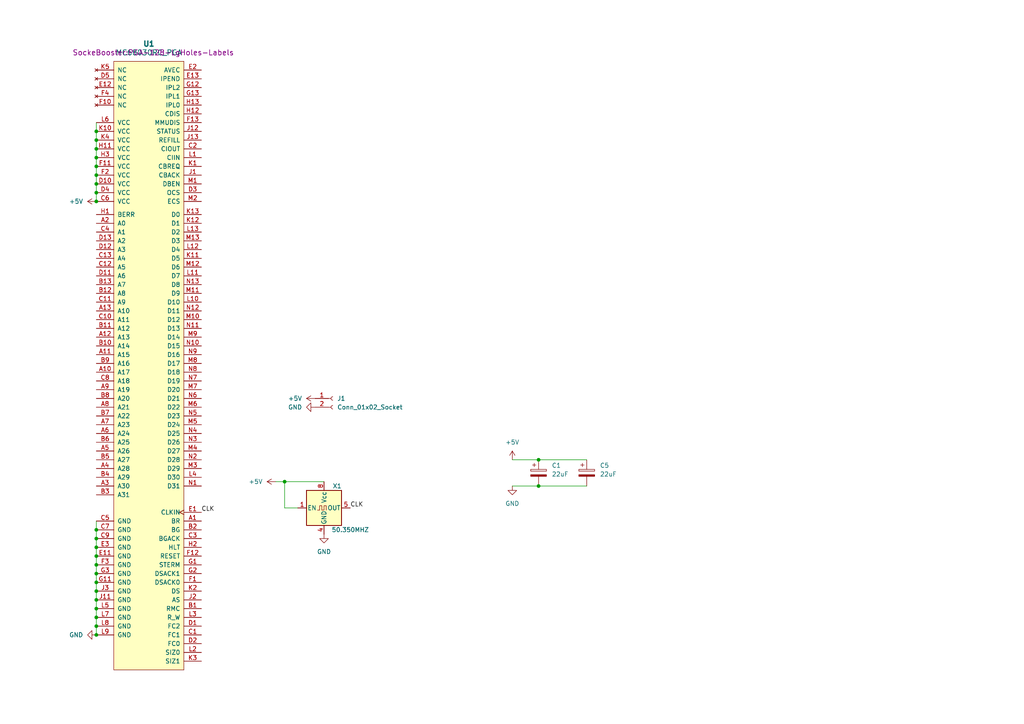
<source format=kicad_sch>
(kicad_sch (version 20231120) (generator "eeschema") (generator_version "8.0")
  (paper "A4")
  (lib_symbols
    (symbol "Connector:Conn_01x02_Socket" (pin_names (offset 1.016) hide)
      (property "Reference" "J" (at 0 2.54 0))
      (property "Value" "Conn_01x02_Socket" (at 0 -5.08 0))
      (symbol "Conn_01x02_Socket_1_1"
        (arc (start 0 -2.032) (mid -0.5058 -2.54) (end 0 -3.048) (stroke (width 0.1524)))
        (polyline (pts (xy -1.27 -2.54) (xy -0.508 -2.54)) (stroke (width 0.1524)))
        (polyline (pts (xy -1.27 0) (xy -0.508 0)) (stroke (width 0.1524)))
        (arc (start 0 0.508) (mid -0.5058 0) (end 0 -0.508) (stroke (width 0.1524)))
        (pin passive line (at -5.08 0 0) (length 3.81) (name "Pin_1") (number "1"))
        (pin passive line (at -5.08 -2.54 0) (length 3.81) (name "Pin_2") (number "2"))
      )
    )
    (symbol "Device:C_Polarized" (pin_numbers hide) (pin_names (offset 0.254))
      (property "Reference" "C" (at 0.635 2.54 0))
      (property "Value" "C_Polarized" (at 0.635 -2.54 0))
      (symbol "C_Polarized_0_1"
        (rectangle (start -2.286 0.508) (end 2.286 1.016))
        (polyline (pts (xy -1.778 2.286) (xy -0.762 2.286)))
        (polyline (pts (xy -1.27 2.794) (xy -1.27 1.778)))
        (rectangle (start 2.286 -0.508) (end -2.286 -1.016) (fill (type outline)))
      )
      (symbol "C_Polarized_1_1"
        (pin passive line (at 0 3.81 270) (length 2.794) (name "~") (number "1"))
        (pin passive line (at 0 -3.81 90) (length 2.794) (name "~") (number "2"))
      )
    )
    (symbol "Interware Booster:MC68030RC_PGA" (pin_names (offset 1.016))
      (property "Reference" "U" (at 0 97.155 0))
      (property "Value" "MC68030RC_PGA" (at 0 -82.55 0))
      (symbol "MC68030RC_PGA_1_1"
        (rectangle (start -10.16 96.52) (end 10.16 -80.01) (fill (type background)))
        (pin input line (at 15.24 -36.83 180) (length 5.08) (name "BR") (number "A1"))
        (pin output line (at -15.24 6.35 0) (length 5.08) (name "A17") (number "A10"))
        (pin output line (at -15.24 11.43 0) (length 5.08) (name "A15") (number "A11"))
        (pin output line (at -15.24 16.51 0) (length 5.08) (name "A13") (number "A12"))
        (pin output line (at -15.24 24.13 0) (length 5.08) (name "A10") (number "A13"))
        (pin output line (at -15.24 49.53 0) (length 5.08) (name "A0") (number "A2"))
        (pin output line (at -15.24 -26.67 0) (length 5.08) (name "A30") (number "A3"))
        (pin output line (at -15.24 -21.59 0) (length 5.08) (name "A28") (number "A4"))
        (pin output line (at -15.24 -16.51 0) (length 5.08) (name "A26") (number "A5"))
        (pin output line (at -15.24 -11.43 0) (length 5.08) (name "A24") (number "A6"))
        (pin output line (at -15.24 -8.89 0) (length 5.08) (name "A23") (number "A7"))
        (pin output line (at -15.24 -3.81 0) (length 5.08) (name "A21") (number "A8"))
        (pin output line (at -15.24 1.27 0) (length 5.08) (name "A19") (number "A9"))
        (pin output line (at 15.24 -62.23 180) (length 5.08) (name "RMC") (number "B1"))
        (pin output line (at -15.24 13.97 0) (length 5.08) (name "A14") (number "B10"))
        (pin output line (at -15.24 19.05 0) (length 5.08) (name "A12") (number "B11"))
        (pin output line (at -15.24 29.21 0) (length 5.08) (name "A8") (number "B12"))
        (pin output line (at -15.24 31.75 0) (length 5.08) (name "A7") (number "B13"))
        (pin output line (at 15.24 -39.37 180) (length 5.08) (name "BG") (number "B2"))
        (pin output line (at -15.24 -29.21 0) (length 5.08) (name "A31") (number "B3"))
        (pin output line (at -15.24 -24.13 0) (length 5.08) (name "A29") (number "B4"))
        (pin output line (at -15.24 -19.05 0) (length 5.08) (name "A27") (number "B5"))
        (pin output line (at -15.24 -13.97 0) (length 5.08) (name "A25") (number "B6"))
        (pin output line (at -15.24 -6.35 0) (length 5.08) (name "A22") (number "B7"))
        (pin output line (at -15.24 -1.27 0) (length 5.08) (name "A20") (number "B8"))
        (pin output line (at -15.24 8.89 0) (length 5.08) (name "A16") (number "B9"))
        (pin output line (at 15.24 -69.85 180) (length 5.08) (name "FC1") (number "C1"))
        (pin output line (at -15.24 21.59 0) (length 5.08) (name "A11") (number "C10"))
        (pin output line (at -15.24 26.67 0) (length 5.08) (name "A9") (number "C11"))
        (pin output line (at -15.24 36.83 0) (length 5.08) (name "A5") (number "C12"))
        (pin output line (at -15.24 39.37 0) (length 5.08) (name "A4") (number "C13"))
        (pin output line (at 15.24 71.12 180) (length 5.08) (name "CIOUT") (number "C2"))
        (pin output line (at 15.24 -41.91 180) (length 5.08) (name "BGACK") (number "C3"))
        (pin output line (at -15.24 46.99 0) (length 5.08) (name "A1") (number "C4"))
        (pin passive line (at -15.24 -36.83 0) (length 5.08) (name "GND") (number "C5"))
        (pin power_in line (at -15.24 55.88 0) (length 5.08) (name "VCC") (number "C6"))
        (pin passive line (at -15.24 -39.37 0) (length 5.08) (name "GND") (number "C7"))
        (pin output line (at -15.24 3.81 0) (length 5.08) (name "A18") (number "C8"))
        (pin passive line (at -15.24 -41.91 0) (length 5.08) (name "GND") (number "C9"))
        (pin output line (at 15.24 -67.31 180) (length 5.08) (name "FC2") (number "D1"))
        (pin power_in line (at -15.24 60.96 0) (length 5.08) (name "VCC") (number "D10"))
        (pin output line (at -15.24 34.29 0) (length 5.08) (name "A6") (number "D11"))
        (pin output line (at -15.24 41.91 0) (length 5.08) (name "A3") (number "D12"))
        (pin output line (at -15.24 44.45 0) (length 5.08) (name "A2") (number "D13"))
        (pin output line (at 15.24 -72.39 180) (length 5.08) (name "FC0") (number "D2"))
        (pin input line (at 15.24 58.42 180) (length 5.08) (name "OCS") (number "D3"))
        (pin power_in line (at -15.24 58.42 0) (length 5.08) (name "VCC") (number "D4"))
        (pin no_connect line (at -15.24 91.44 0) (length 5.08) (name "NC") (number "D5"))
        (pin input clock (at 15.24 -34.29 180) (length 5.08) (name "CLKIN") (number "E1"))
        (pin passive line (at -15.24 -46.99 0) (length 5.08) (name "GND") (number "E11"))
        (pin no_connect line (at -15.24 88.9 0) (length 5.08) (name "NC") (number "E12"))
        (pin output line (at 15.24 91.44 180) (length 5.08) (name "IPEND") (number "E13"))
        (pin input line (at 15.24 93.98 180) (length 5.08) (name "AVEC") (number "E2"))
        (pin passive line (at -15.24 -44.45 0) (length 5.08) (name "GND") (number "E3"))
        (pin input line (at 15.24 -54.61 180) (length 5.08) (name "DSACK0") (number "F1"))
        (pin no_connect line (at -15.24 83.82 0) (length 5.08) (name "NC") (number "F10"))
        (pin power_in line (at -15.24 66.04 0) (length 5.08) (name "VCC") (number "F11"))
        (pin input line (at 15.24 -46.99 180) (length 5.08) (name "RESET") (number "F12"))
        (pin input line (at 15.24 78.74 180) (length 5.08) (name "MMUDIS") (number "F13"))
        (pin power_in line (at -15.24 63.5 0) (length 5.08) (name "VCC") (number "F2"))
        (pin passive line (at -15.24 -49.53 0) (length 5.08) (name "GND") (number "F3"))
        (pin no_connect line (at -15.24 86.36 0) (length 5.08) (name "NC") (number "F4"))
        (pin input line (at 15.24 -49.53 180) (length 5.08) (name "STERM") (number "G1"))
        (pin passive line (at -15.24 -54.61 0) (length 5.08) (name "GND") (number "G11"))
        (pin input line (at 15.24 88.9 180) (length 5.08) (name "IPL2") (number "G12"))
        (pin input line (at 15.24 86.36 180) (length 5.08) (name "IPL1") (number "G13"))
        (pin input line (at 15.24 -52.07 180) (length 5.08) (name "DSACK1") (number "G2"))
        (pin passive line (at -15.24 -52.07 0) (length 5.08) (name "GND") (number "G3"))
        (pin input line (at -15.24 52.07 0) (length 5.08) (name "BERR") (number "H1"))
        (pin power_in line (at -15.24 71.12 0) (length 5.08) (name "VCC") (number "H11"))
        (pin input line (at 15.24 81.28 180) (length 5.08) (name "CDIS") (number "H12"))
        (pin input line (at 15.24 83.82 180) (length 5.08) (name "IPL0") (number "H13"))
        (pin bidirectional line (at 15.24 -44.45 180) (length 5.08) (name "HLT") (number "H2"))
        (pin power_in line (at -15.24 68.58 0) (length 5.08) (name "VCC") (number "H3"))
        (pin input line (at 15.24 63.5 180) (length 5.08) (name "CBACK") (number "J1"))
        (pin passive line (at -15.24 -59.69 0) (length 5.08) (name "GND") (number "J11"))
        (pin input line (at 15.24 76.2 180) (length 5.08) (name "STATUS") (number "J12"))
        (pin input line (at 15.24 73.66 180) (length 5.08) (name "REFILL") (number "J13"))
        (pin output line (at 15.24 -59.69 180) (length 5.08) (name "AS") (number "J2"))
        (pin passive line (at -15.24 -57.15 0) (length 5.08) (name "GND") (number "J3"))
        (pin input line (at 15.24 66.04 180) (length 5.08) (name "CBREQ") (number "K1"))
        (pin power_in line (at -15.24 76.2 0) (length 5.08) (name "VCC") (number "K10"))
        (pin input line (at 15.24 39.37 180) (length 5.08) (name "D5") (number "K11"))
        (pin input line (at 15.24 49.53 180) (length 5.08) (name "D1") (number "K12"))
        (pin input line (at 15.24 52.07 180) (length 5.08) (name "D0") (number "K13"))
        (pin output line (at 15.24 -57.15 180) (length 5.08) (name "DS") (number "K2"))
        (pin output line (at 15.24 -77.47 180) (length 5.08) (name "SIZ1") (number "K3"))
        (pin power_in line (at -15.24 73.66 0) (length 5.08) (name "VCC") (number "K4"))
        (pin no_connect line (at -15.24 93.98 0) (length 5.08) (name "NC") (number "K5"))
        (pin input line (at 15.24 68.58 180) (length 5.08) (name "CIIN") (number "L1"))
        (pin input line (at 15.24 26.67 180) (length 5.08) (name "D10") (number "L10"))
        (pin input line (at 15.24 34.29 180) (length 5.08) (name "D7") (number "L11"))
        (pin input line (at 15.24 41.91 180) (length 5.08) (name "D4") (number "L12"))
        (pin input line (at 15.24 46.99 180) (length 5.08) (name "D2") (number "L13"))
        (pin output line (at 15.24 -74.93 180) (length 5.08) (name "SIZ0") (number "L2"))
        (pin output line (at 15.24 -64.77 180) (length 5.08) (name "R_W") (number "L3"))
        (pin input line (at 15.24 -24.13 180) (length 5.08) (name "D30") (number "L4"))
        (pin passive line (at -15.24 -62.23 0) (length 5.08) (name "GND") (number "L5"))
        (pin power_in line (at -15.24 78.74 0) (length 5.08) (name "VCC") (number "L6"))
        (pin passive line (at -15.24 -64.77 0) (length 5.08) (name "GND") (number "L7"))
        (pin passive line (at -15.24 -67.31 0) (length 5.08) (name "GND") (number "L8"))
        (pin passive line (at -15.24 -69.85 0) (length 5.08) (name "GND") (number "L9"))
        (pin input line (at 15.24 60.96 180) (length 5.08) (name "DBEN") (number "M1"))
        (pin input line (at 15.24 21.59 180) (length 5.08) (name "D12") (number "M10"))
        (pin input line (at 15.24 29.21 180) (length 5.08) (name "D9") (number "M11"))
        (pin input line (at 15.24 36.83 180) (length 5.08) (name "D6") (number "M12"))
        (pin input line (at 15.24 44.45 180) (length 5.08) (name "D3") (number "M13"))
        (pin input line (at 15.24 55.88 180) (length 5.08) (name "ECS") (number "M2"))
        (pin input line (at 15.24 -21.59 180) (length 5.08) (name "D29") (number "M3"))
        (pin bidirectional line (at 15.24 -16.51 180) (length 5.08) (name "D27") (number "M4"))
        (pin input line (at 15.24 -8.89 180) (length 5.08) (name "D24") (number "M5"))
        (pin input line (at 15.24 -3.81 180) (length 5.08) (name "D22") (number "M6"))
        (pin input line (at 15.24 1.27 180) (length 5.08) (name "D20") (number "M7"))
        (pin input line (at 15.24 8.89 180) (length 5.08) (name "D17") (number "M8"))
        (pin input line (at 15.24 16.51 180) (length 5.08) (name "D14") (number "M9"))
        (pin input line (at 15.24 -26.67 180) (length 5.08) (name "D31") (number "N1"))
        (pin input line (at 15.24 13.97 180) (length 5.08) (name "D15") (number "N10"))
        (pin input line (at 15.24 19.05 180) (length 5.08) (name "D13") (number "N11"))
        (pin input line (at 15.24 24.13 180) (length 5.08) (name "D11") (number "N12"))
        (pin input line (at 15.24 31.75 180) (length 5.08) (name "D8") (number "N13"))
        (pin input line (at 15.24 -19.05 180) (length 5.08) (name "D28") (number "N2"))
        (pin bidirectional line (at 15.24 -13.97 180) (length 5.08) (name "D26") (number "N3"))
        (pin input line (at 15.24 -11.43 180) (length 5.08) (name "D25") (number "N4"))
        (pin input line (at 15.24 -6.35 180) (length 5.08) (name "D23") (number "N5"))
        (pin input line (at 15.24 -1.27 180) (length 5.08) (name "D21") (number "N6"))
        (pin input line (at 15.24 3.81 180) (length 5.08) (name "D19") (number "N7"))
        (pin input line (at 15.24 6.35 180) (length 5.08) (name "D18") (number "N8"))
        (pin input line (at 15.24 11.43 180) (length 5.08) (name "D16") (number "N9"))
      )
    )
    (symbol "Oscillator_DIP-8_DIP-14_1" (pin_names (offset 0.254))
      (property "Reference" "X" (at -5.08 6.35 0))
      (property "Value" "Oscillator_DIP-8_DIP-14" (at 1.27 -6.35 0))
      (symbol "Oscillator_DIP-8_DIP-14_1_0_1"
        (rectangle (start -5.08 5.08) (end 5.08 -5.08) (stroke (width 0.254)) (fill (type background)))
        (polyline (pts (xy -1.905 -0.635) (xy -1.27 -0.635) (xy -1.27 0.635) (xy -0.635 0.635) (xy -0.635 -0.635) (xy 0 -0.635) (xy 0 0.635) (xy 0.635 0.635) (xy 0.635 -0.635)))
      )
      (symbol "Oscillator_DIP-8_DIP-14_1_1_1"
        (pin input line (at -7.62 0 0) (length 2.54) (name "EN") (number "1"))
        (pin power_in line (at 0 -7.62 90) (length 2.54) (name "GND") (number "4"))
        (pin output line (at 7.62 0 180) (length 2.54) (name "OUT") (number "5"))
        (pin power_in line (at 0 7.62 270) (length 2.54) (name "Vcc") (number "8"))
      )
    )
    (symbol "power:+5V" (power) (pin_names (offset 0))
      (property "Value" "+5V" (at 0 3.556 0))
      (symbol "+5V_0_1"
        (polyline (pts (xy -0.762 1.27) (xy 0 2.54)))
        (polyline (pts (xy 0 0) (xy 0 2.54)))
        (polyline (pts (xy 0 2.54) (xy 0.762 1.27)))
      )
      (symbol "+5V_1_1"
        (pin power_in line (at 0 0 90) (length 0) hide (name "+5V") (number "1"))
      )
    )
    (symbol "power:GND" (power) (pin_names (offset 0))
      (property "Value" "GND" (at 0 -3.81 0))
      (symbol "GND_0_1"
        (polyline (pts (xy 0 0) (xy 0 -1.27) (xy 1.27 -1.27) (xy 0 -2.54) (xy -1.27 -1.27) (xy 0 -1.27)))
      )
      (symbol "GND_1_1"
        (pin power_in line (at 0 0 270) (length 0) hide (name "GND") (number "1"))
      )
    )
  )
  (junction (at 27.94 58.42))
  (junction (at 156.21 140.97))
  (junction (at 27.94 53.34))
  (junction (at 27.94 43.18))
  (junction (at 27.94 171.45))
  (junction (at 27.94 156.21))
  (junction (at 27.94 181.61))
  (junction (at 27.94 166.37))
  (junction (at 82.55 139.7))
  (junction (at 27.94 176.53))
  (junction (at 27.94 153.67))
  (junction (at 27.94 40.64))
  (junction (at 27.94 38.1))
  (junction (at 27.94 168.91))
  (junction (at 27.94 48.26))
  (junction (at 27.94 161.29))
  (junction (at 27.94 158.75))
  (junction (at 27.94 184.15))
  (junction (at 27.94 45.72))
  (junction (at 27.94 50.8))
  (junction (at 156.21 133.35))
  (junction (at 27.94 55.88))
  (junction (at 27.94 173.99))
  (junction (at 27.94 163.83))
  (junction (at 27.94 179.07))
  (wire (pts (xy 27.94 161.29) (xy 27.94 163.83)))
  (wire (pts (xy 86.36 147.32) (xy 82.55 147.32)))
  (wire (pts (xy 148.59 140.97) (xy 156.21 140.97)))
  (wire (pts (xy 27.94 171.45) (xy 27.94 173.99)))
  (wire (pts (xy 27.94 55.88) (xy 27.94 58.42)))
  (wire (pts (xy 27.94 48.26) (xy 27.94 50.8)))
  (wire (pts (xy 156.21 140.97) (xy 170.18 140.97)))
  (wire (pts (xy 27.94 151.13) (xy 27.94 153.67)))
  (wire (pts (xy 27.94 38.1) (xy 27.94 40.64)))
  (wire (pts (xy 27.94 35.56) (xy 27.94 38.1)))
  (wire (pts (xy 27.94 153.67) (xy 27.94 156.21)))
  (wire (pts (xy 27.94 50.8) (xy 27.94 53.34)))
  (wire (pts (xy 27.94 176.53) (xy 27.94 179.07)))
  (wire (pts (xy 156.21 133.35) (xy 170.18 133.35)))
  (wire (pts (xy 27.94 53.34) (xy 27.94 55.88)))
  (wire (pts (xy 27.94 158.75) (xy 27.94 161.29)))
  (wire (pts (xy 27.94 43.18) (xy 27.94 45.72)))
  (wire (pts (xy 27.94 40.64) (xy 27.94 43.18)))
  (wire (pts (xy 27.94 156.21) (xy 27.94 158.75)))
  (wire (pts (xy 27.94 166.37) (xy 27.94 168.91)))
  (wire (pts (xy 27.94 45.72) (xy 27.94 48.26)))
  (wire (pts (xy 148.59 133.35) (xy 156.21 133.35)))
  (wire (pts (xy 27.94 163.83) (xy 27.94 166.37)))
  (wire (pts (xy 27.94 179.07) (xy 27.94 181.61)))
  (wire (pts (xy 27.94 168.91) (xy 27.94 171.45)))
  (wire (pts (xy 27.94 181.61) (xy 27.94 184.15)))
  (wire (pts (xy 82.55 139.7) (xy 80.01 139.7)))
  (wire (pts (xy 82.55 147.32) (xy 82.55 139.7)))
  (wire (pts (xy 27.94 173.99) (xy 27.94 176.53)))
  (wire (pts (xy 82.55 139.7) (xy 93.98 139.7)))
  (label "CLK" (at 101.6 147.32 0))
  (label "CLK" (at 58.42 148.59 0))
  (symbol (lib_id "power:GND") (at 27.94 184.15 270) (mirror x) (unit 1)
    (property "Reference" "#PWR04" (effects (hide yes)))
    (property "Value" "GND" (at 24.13 184.1499 90) (effects (justify right)))
  )
  (symbol (lib_id "power:+5V") (at 80.01 139.7 90) (mirror x) (unit 1)
    (property "Reference" "#PWR01" (effects (hide yes)))
    (property "Value" "+5V" (at 76.2 139.7 90) (effects (justify left)))
  )
  (symbol (lib_id "power:GND") (at 91.44 118.11 270) (mirror x) (unit 1)
    (property "Reference" "#PWR06" (effects (hide yes)))
    (property "Value" "GND" (at 87.63 118.1099 90) (effects (justify right)))
  )
  (symbol (lib_id "power:GND") (at 93.98 154.94 0) (mirror y) (unit 1)
    (property "Reference" "#PWR02" (effects (hide yes)))
    (property "Value" "GND" (at 93.98 160.02 0))
  )
  (symbol (lib_id "Device:C_Polarized") (at 156.21 137.16 0) (unit 1)
    (property "Reference" "C1" (at 160.02 135.001 0) (effects (justify left)))
    (property "Value" "22uF" (at 160.02 137.541 0) (effects (justify left)))
    (property "Footprint" "Capacitor_SMD:C_0805_2012Metric" (effects (hide yes)))
    (property "LCSC" "C45783" (effects (hide yes)))
    (property "Manufacturer" "Samsung" (effects (hide yes)))
    (property "PartNumber" "CL21A226MAQNNNE" (effects (hide yes)))
    (property "digikey" "1276-CL21A226MAYNNNECT-ND" (effects (hide yes)))
  )
  (symbol (lib_id "Connector:Conn_01x02_Socket") (at 96.52 115.57 0) (unit 1)
    (property "Reference" "J1" (at 97.79 115.5699 0) (effects (justify left)))
    (property "Value" "Conn_01x02_Socket" (at 97.79 118.1099 0) (effects (justify left)))
    (property "Footprint" "Connector_PinHeader_2.00mm:PinHeader_1x02_P2.00mm_Vertical" (effects (hide yes)))
    (property "Description" "Generic connector, single row, 01x02, script generated" (effects (hide yes)))
  )
  (symbol (lib_id "power:+5V") (at 148.59 133.35 0) (unit 1)
    (property "Reference" "#PWR07" (effects (hide yes)))
    (property "Value" "+5V" (at 148.59 128.27 0))
  )
  (symbol (lib_name "Oscillator_DIP-8_DIP-14_1") (lib_id "Interware Booster:Oscillator_DIP-8_DIP-14") (at 93.98 147.32 0) (unit 1)
    (property "Reference" "X1" (at 97.79 140.97 0))
    (property "Value" "50.350MHZ" (at 101.6 153.67 0))
    (property "Footprint" "SockeBooster:Oscillator_DIP-8_DIP-14" (effects (hide yes)))
    (property "Datasheet" "http://cdn-reichelt.de/documents/datenblatt/B400/OSZI.pdf" (effects (hide yes)))
    (property "LCSC" "n/a" (effects (hide yes)))
    (property "digikey" "n/a" (effects (hide yes)))
  )
  (symbol (lib_id "power:GND") (at 148.59 140.97 0) (unit 1)
    (property "Reference" "#PWR08" (effects (hide yes)))
    (property "Value" "GND" (at 148.59 146.05 0))
  )
  (symbol (lib_id "Device:C_Polarized") (at 170.18 137.16 0) (unit 1)
    (property "Reference" "C5" (at 173.99 135.001 0) (effects (justify left)))
    (property "Value" "22uF" (at 173.99 137.541 0) (effects (justify left)))
    (property "Footprint" "Capacitor_SMD:C_0805_2012Metric" (effects (hide yes)))
    (property "LCSC" "C45783" (effects (hide yes)))
    (property "Manufacturer" "Samsung" (effects (hide yes)))
    (property "PartNumber" "CL21A226MAQNNNE" (effects (hide yes)))
    (property "digikey" "1276-CL21A226MAYNNNECT-ND" (effects (hide yes)))
  )
  (symbol (lib_id "Interware Booster:MC68030RC_PGA") (at 43.18 114.3 0) (unit 1)
    (property "Reference" "U1" (at 43.18 12.7 0) (effects (font (size 1.524 1.524) (bold yes))))
    (property "Value" "MC68030RC_PGA" (at 43.18 15.24 0) (effects (font (size 1.524 1.524))))
    (property "Footprint" "SockeBooster:PGA-128-LgHoles-Labels" (at 44.45 15.24 0) (effects (font (size 1.524 1.524))))
  )
  (symbol (lib_id "power:+5V") (at 27.94 58.42 90) (mirror x) (unit 1)
    (property "Reference" "#PWR03" (effects (hide yes)))
    (property "Value" "+5V" (at 24.13 58.42 90) (effects (justify left)))
  )
  (symbol (lib_id "power:+5V") (at 91.44 115.57 90) (mirror x) (unit 1)
    (property "Reference" "#PWR05" (effects (hide yes)))
    (property "Value" "+5V" (at 87.63 115.57 90) (effects (justify left)))
  )
)
</source>
